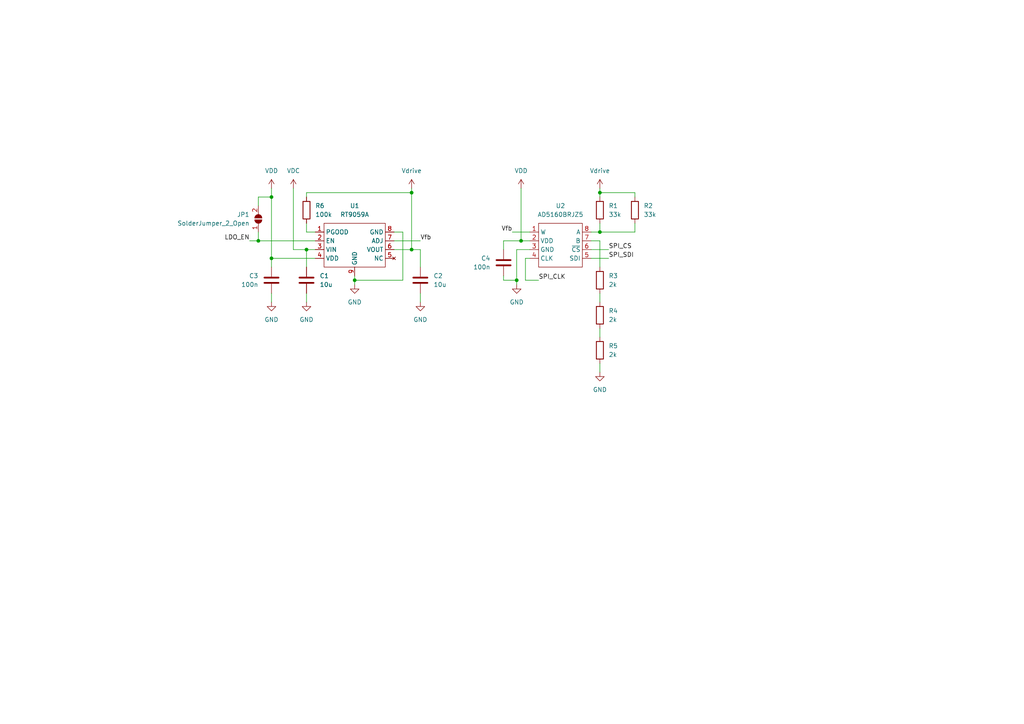
<source format=kicad_sch>
(kicad_sch (version 20230121) (generator eeschema)
  (paper "A4")
  (lib_symbols
    (symbol "Device:C" (pin_numbers hide) (pin_names (offset 0.254))
      (property "Reference" "C" (at 0.635 2.54 0))
      (property "Value" "C" (at 0.635 -2.54 0))
      (symbol "C_0_1"
        (polyline (pts (xy -2.032 -0.762) (xy 2.032 -0.762)) (stroke (width 0.508)))
        (polyline (pts (xy -2.032 0.762) (xy 2.032 0.762)) (stroke (width 0.508)))
      )
      (symbol "C_1_1"
        (pin passive line (at 0 3.81 270) (length 2.794) (name "~") (number "1"))
        (pin passive line (at 0 -3.81 90) (length 2.794) (name "~") (number "2"))
      )
    )
    (symbol "Device:R" (pin_numbers hide) (pin_names (offset 0))
      (property "Reference" "R" (at 2.032 0 90))
      (property "Value" "R" (at 0 0 90))
      (symbol "R_0_1"
        (rectangle (start -1.016 -2.54) (end 1.016 2.54) (stroke (width 0.254)))
      )
      (symbol "R_1_1"
        (pin passive line (at 0 3.81 270) (length 1.27) (name "~") (number "1"))
        (pin passive line (at 0 -3.81 90) (length 1.27) (name "~") (number "2"))
      )
    )
    (symbol "Jumper:SolderJumper_2_Open" (pin_names (offset 0) hide)
      (property "Reference" "JP" (at 0 2.032 0))
      (property "Value" "SolderJumper_2_Open" (at 0 -2.54 0))
      (symbol "SolderJumper_2_Open_0_1"
        (arc (start -0.254 1.016) (mid -1.2656 0) (end -0.254 -1.016))
        (arc (start -0.254 1.016) (mid -1.2656 0) (end -0.254 -1.016) (fill (type outline)))
        (polyline (pts (xy -0.254 1.016) (xy -0.254 -1.016)))
        (polyline (pts (xy 0.254 1.016) (xy 0.254 -1.016)))
        (arc (start 0.254 -1.016) (mid 1.2656 0) (end 0.254 1.016))
        (arc (start 0.254 -1.016) (mid 1.2656 0) (end 0.254 1.016) (fill (type outline)))
      )
      (symbol "SolderJumper_2_Open_1_1"
        (pin passive line (at -3.81 0 0) (length 2.54) (name "A") (number "1"))
        (pin passive line (at 3.81 0 180) (length 2.54) (name "B") (number "2"))
      )
    )
    (symbol "LCR_Library:AD5160"
      (property "Reference" "U" (at -1.27 1.27 0))
      (property "Value" "AD5160BRJZ5" (at 7.62 1.27 0))
      (symbol "AD5160_0_1"
        (rectangle (start -6.35 0) (end 6.35 -12.7))
      )
      (symbol "AD5160_1_1"
        (pin bidirectional line (at -8.89 -2.54 0) (length 2.54) (name "W") (number "1"))
        (pin power_in line (at -8.89 -5.08 0) (length 2.54) (name "VDD") (number "2"))
        (pin power_in line (at -8.89 -7.62 0) (length 2.54) (name "GND") (number "3"))
        (pin input line (at -8.89 -10.16 0) (length 2.54) (name "CLK") (number "4"))
        (pin input line (at 8.89 -10.16 180) (length 2.54) (name "SDI") (number "5"))
        (pin input line (at 8.89 -7.62 180) (length 2.54) (name "~{CS}") (number "6"))
        (pin bidirectional line (at 8.89 -5.08 180) (length 2.54) (name "B") (number "7"))
        (pin bidirectional line (at 8.89 -2.54 180) (length 2.54) (name "A") (number "8"))
      )
    )
    (symbol "LCR_Library:RT9059A"
      (property "Reference" "U" (at -1.27 1.27 0))
      (property "Value" "RT9059A" (at 6.35 1.27 0))
      (symbol "RT9059A_0_1"
        (rectangle (start -8.89 0) (end 8.89 -12.7))
      )
      (symbol "RT9059A_1_1"
        (pin output line (at -11.43 -2.54 0) (length 2.54) (name "PGOOD") (number "1"))
        (pin input line (at -11.43 -5.08 0) (length 2.54) (name "EN") (number "2"))
        (pin power_in line (at -11.43 -7.62 0) (length 2.54) (name "VIN") (number "3"))
        (pin power_in line (at -11.43 -10.16 0) (length 2.54) (name "VDD") (number "4"))
        (pin no_connect line (at 11.43 -10.16 180) (length 2.54) (name "NC") (number "5"))
        (pin power_out line (at 11.43 -7.62 180) (length 2.54) (name "VOUT") (number "6"))
        (pin input line (at 11.43 -5.08 180) (length 2.54) (name "ADJ") (number "7"))
        (pin power_in line (at 11.43 -2.54 180) (length 2.54) (name "GND") (number "8"))
        (pin power_in line (at 0 -15.24 90) (length 2.54) (name "GND") (number "9"))
      )
    )
    (symbol "power:GND" (power) (pin_names (offset 0))
      (property "Value" "GND" (at 0 -3.81 0))
      (symbol "GND_0_1"
        (polyline (pts (xy 0 0) (xy 0 -1.27) (xy 1.27 -1.27) (xy 0 -2.54) (xy -1.27 -1.27) (xy 0 -1.27)))
      )
      (symbol "GND_1_1"
        (pin power_in line (at 0 0 270) (length 0) hide (name "GND") (number "1"))
      )
    )
    (symbol "power:VDC" (power) (pin_names (offset 0))
      (property "Value" "VDC" (at 0 6.35 0))
      (symbol "VDC_0_1"
        (polyline (pts (xy -0.762 1.27) (xy 0 2.54)))
        (polyline (pts (xy 0 0) (xy 0 2.54)))
        (polyline (pts (xy 0 2.54) (xy 0.762 1.27)))
      )
      (symbol "VDC_1_1"
        (pin power_in line (at 0 0 90) (length 0) hide (name "VDC") (number "1"))
      )
    )
    (symbol "power:VDD" (power) (pin_names (offset 0))
      (property "Value" "VDD" (at 0 3.81 0))
      (symbol "VDD_0_1"
        (polyline (pts (xy -0.762 1.27) (xy 0 2.54)))
        (polyline (pts (xy 0 0) (xy 0 2.54)))
        (polyline (pts (xy 0 2.54) (xy 0.762 1.27)))
      )
      (symbol "VDD_1_1"
        (pin power_in line (at 0 0 90) (length 0) hide (name "VDD") (number "1"))
      )
    )
    (symbol "power:Vdrive" (power) (pin_names (offset 0))
      (property "Value" "Vdrive" (at 0 3.81 0))
      (symbol "Vdrive_0_1"
        (polyline (pts (xy -0.762 1.27) (xy 0 2.54)))
        (polyline (pts (xy 0 0) (xy 0 2.54)))
        (polyline (pts (xy 0 2.54) (xy 0.762 1.27)))
      )
      (symbol "Vdrive_1_1"
        (pin power_in line (at 0 0 90) (length 0) hide (name "Vdrive") (number "1"))
      )
    )
  )
  (junction (at 74.93 69.85))
  (junction (at 173.99 67.31))
  (junction (at 78.74 74.93))
  (junction (at 119.38 72.39))
  (junction (at 102.87 81.28))
  (junction (at 78.74 57.15))
  (junction (at 149.86 81.28))
  (junction (at 119.38 55.88))
  (junction (at 88.9 72.39))
  (junction (at 151.13 69.85))
  (junction (at 173.99 55.88))
  (wire (pts (xy 74.93 59.69) (xy 74.93 57.15)))
  (wire (pts (xy 88.9 85.09) (xy 88.9 87.63)))
  (wire (pts (xy 121.92 72.39) (xy 119.38 72.39)))
  (wire (pts (xy 173.99 107.95) (xy 173.99 105.41)))
  (wire (pts (xy 151.13 69.85) (xy 153.67 69.85)))
  (wire (pts (xy 119.38 54.61) (xy 119.38 55.88)))
  (wire (pts (xy 88.9 55.88) (xy 119.38 55.88)))
  (wire (pts (xy 171.45 74.93) (xy 176.53 74.93)))
  (wire (pts (xy 184.15 57.15) (xy 184.15 55.88)))
  (wire (pts (xy 173.99 97.79) (xy 173.99 95.25)))
  (wire (pts (xy 102.87 81.28) (xy 102.87 80.01)))
  (wire (pts (xy 74.93 57.15) (xy 78.74 57.15)))
  (wire (pts (xy 88.9 67.31) (xy 91.44 67.31)))
  (wire (pts (xy 78.74 74.93) (xy 78.74 77.47)))
  (wire (pts (xy 85.09 72.39) (xy 85.09 54.61)))
  (wire (pts (xy 121.92 87.63) (xy 121.92 85.09)))
  (wire (pts (xy 171.45 67.31) (xy 173.99 67.31)))
  (wire (pts (xy 88.9 72.39) (xy 88.9 77.47)))
  (wire (pts (xy 173.99 67.31) (xy 184.15 67.31)))
  (wire (pts (xy 146.05 69.85) (xy 151.13 69.85)))
  (wire (pts (xy 173.99 69.85) (xy 171.45 69.85)))
  (wire (pts (xy 153.67 74.93) (xy 152.4 74.93)))
  (wire (pts (xy 146.05 72.39) (xy 146.05 69.85)))
  (wire (pts (xy 121.92 69.85) (xy 114.3 69.85)))
  (wire (pts (xy 78.74 54.61) (xy 78.74 57.15)))
  (wire (pts (xy 171.45 72.39) (xy 176.53 72.39)))
  (wire (pts (xy 173.99 87.63) (xy 173.99 85.09)))
  (wire (pts (xy 74.93 67.31) (xy 74.93 69.85)))
  (wire (pts (xy 78.74 74.93) (xy 91.44 74.93)))
  (wire (pts (xy 74.93 69.85) (xy 91.44 69.85)))
  (wire (pts (xy 173.99 77.47) (xy 173.99 69.85)))
  (wire (pts (xy 88.9 64.77) (xy 88.9 67.31)))
  (wire (pts (xy 102.87 82.55) (xy 102.87 81.28)))
  (wire (pts (xy 72.39 69.85) (xy 74.93 69.85)))
  (wire (pts (xy 78.74 87.63) (xy 78.74 85.09)))
  (wire (pts (xy 116.84 81.28) (xy 102.87 81.28)))
  (wire (pts (xy 151.13 54.61) (xy 151.13 69.85)))
  (wire (pts (xy 149.86 82.55) (xy 149.86 81.28)))
  (wire (pts (xy 149.86 72.39) (xy 153.67 72.39)))
  (wire (pts (xy 88.9 57.15) (xy 88.9 55.88)))
  (wire (pts (xy 173.99 54.61) (xy 173.99 55.88)))
  (wire (pts (xy 119.38 55.88) (xy 119.38 72.39)))
  (wire (pts (xy 114.3 67.31) (xy 116.84 67.31)))
  (wire (pts (xy 88.9 72.39) (xy 85.09 72.39)))
  (wire (pts (xy 184.15 64.77) (xy 184.15 67.31)))
  (wire (pts (xy 146.05 81.28) (xy 149.86 81.28)))
  (wire (pts (xy 119.38 72.39) (xy 114.3 72.39)))
  (wire (pts (xy 116.84 67.31) (xy 116.84 81.28)))
  (wire (pts (xy 121.92 77.47) (xy 121.92 72.39)))
  (wire (pts (xy 152.4 74.93) (xy 152.4 81.28)))
  (wire (pts (xy 78.74 57.15) (xy 78.74 74.93)))
  (wire (pts (xy 152.4 81.28) (xy 156.21 81.28)))
  (wire (pts (xy 146.05 80.01) (xy 146.05 81.28)))
  (wire (pts (xy 148.59 67.31) (xy 153.67 67.31)))
  (wire (pts (xy 149.86 81.28) (xy 149.86 72.39)))
  (wire (pts (xy 91.44 72.39) (xy 88.9 72.39)))
  (wire (pts (xy 173.99 67.31) (xy 173.99 64.77)))
  (wire (pts (xy 173.99 55.88) (xy 184.15 55.88)))
  (wire (pts (xy 173.99 55.88) (xy 173.99 57.15)))
  (label "Vfb" (at 121.92 69.85 0))
  (label "Vfb" (at 148.59 67.31 180))
  (label "SPI_SDI" (at 176.53 74.93 0))
  (label "SPI_CS" (at 176.53 72.39 0))
  (label "LDO_EN" (at 72.39 69.85 180))
  (label "SPI_CLK" (at 156.21 81.28 0))
  (symbol (lib_id "power:GND") (at 102.87 82.55 0) (unit 1)
    (property "Reference" "#PWR02" (effects hide))
    (property "Value" "GND" (at 102.87 87.63 0))
  )
  (symbol (lib_id "power:GND") (at 121.92 87.63 0) (unit 1)
    (property "Reference" "#PWR010" (effects hide))
    (property "Value" "GND" (at 121.92 92.71 0))
  )
  (symbol (lib_id "power:GND") (at 173.99 107.95 0) (unit 1)
    (property "Reference" "#PWR07" (effects hide))
    (property "Value" "GND" (at 173.99 113.03 0))
  )
  (symbol (lib_id "Device:R") (at 173.99 60.96 0) (unit 1)
    (property "Reference" "R1" (at 176.53 59.69 0) (effects (justify left)))
    (property "Value" "33k" (at 176.53 62.23 0) (effects (justify left)))
  )
  (symbol (lib_id "power:VDC") (at 85.09 54.61 0) (unit 1)
    (property "Reference" "#PWR01" (effects hide))
    (property "Value" "VDC" (at 85.09 49.53 0))
  )
  (symbol (lib_id "power:Vdrive") (at 173.99 54.61 0) (unit 1)
    (property "Reference" "#PWR08" (effects hide))
    (property "Value" "Vdrive" (at 173.99 49.53 0))
  )
  (symbol (lib_id "Device:C") (at 146.05 76.2 0) (mirror y) (unit 1)
    (property "Reference" "C4" (at 142.24 74.93 0) (effects (justify left)))
    (property "Value" "100n" (at 142.24 77.47 0) (effects (justify left)))
  )
  (symbol (lib_id "Device:R") (at 184.15 60.96 0) (unit 1)
    (property "Reference" "R2" (at 186.69 59.69 0) (effects (justify left)))
    (property "Value" "33k" (at 186.69 62.23 0) (effects (justify left)))
  )
  (symbol (lib_id "Device:R") (at 88.9 60.96 0) (unit 1)
    (property "Reference" "R6" (at 91.44 59.69 0) (effects (justify left)))
    (property "Value" "100k" (at 91.44 62.23 0) (effects (justify left)))
  )
  (symbol (lib_id "Device:C") (at 78.74 81.28 0) (mirror y) (unit 1)
    (property "Reference" "C3" (at 74.93 80.01 0) (effects (justify left)))
    (property "Value" "100n" (at 74.93 82.55 0) (effects (justify left)))
  )
  (symbol (lib_id "power:GND") (at 88.9 87.63 0) (unit 1)
    (property "Reference" "#PWR09" (effects hide))
    (property "Value" "GND" (at 88.9 92.71 0))
  )
  (symbol (lib_id "power:VDD") (at 78.74 54.61 0) (unit 1)
    (property "Reference" "#PWR05" (effects hide))
    (property "Value" "VDD" (at 78.74 49.53 0))
  )
  (symbol (lib_id "Jumper:SolderJumper_2_Open") (at 74.93 63.5 270) (mirror x) (unit 1)
    (property "Reference" "JP1" (at 72.39 62.23 90) (effects (justify right)))
    (property "Value" "SolderJumper_2_Open" (at 72.39 64.77 90) (effects (justify right)))
  )
  (symbol (lib_id "Device:C") (at 88.9 81.28 0) (unit 1)
    (property "Reference" "C1" (at 92.71 80.01 0) (effects (justify left)))
    (property "Value" "10u" (at 92.71 82.55 0) (effects (justify left)))
  )
  (symbol (lib_id "Device:C") (at 121.92 81.28 0) (unit 1)
    (property "Reference" "C2" (at 125.73 80.01 0) (effects (justify left)))
    (property "Value" "10u" (at 125.73 82.55 0) (effects (justify left)))
  )
  (symbol (lib_id "Device:R") (at 173.99 81.28 0) (unit 1)
    (property "Reference" "R3" (at 176.53 80.01 0) (effects (justify left)))
    (property "Value" "2k" (at 176.53 82.55 0) (effects (justify left)))
  )
  (symbol (lib_id "LCR_Library:AD5160") (at 162.56 64.77 0) (unit 1)
    (property "Reference" "U2" (at 162.56 59.69 0))
    (property "Value" "AD5160BRJZ5" (at 162.56 62.23 0))
    (property "Footprint" "Package_TO_SOT_SMD:SOT-23-8_Handsoldering" (effects hide))
  )
  (symbol (lib_id "Device:R") (at 173.99 91.44 0) (unit 1)
    (property "Reference" "R4" (at 176.53 90.17 0) (effects (justify left)))
    (property "Value" "2k" (at 176.53 92.71 0) (effects (justify left)))
  )
  (symbol (lib_id "power:VDD") (at 151.13 54.61 0) (unit 1)
    (property "Reference" "#PWR06" (effects hide))
    (property "Value" "VDD" (at 151.13 49.53 0))
  )
  (symbol (lib_id "Device:R") (at 173.99 101.6 0) (unit 1)
    (property "Reference" "R5" (at 176.53 100.33 0) (effects (justify left)))
    (property "Value" "2k" (at 176.53 102.87 0) (effects (justify left)))
  )
  (symbol (lib_id "LCR_Library:RT9059A") (at 102.87 64.77 0) (unit 1)
    (property "Reference" "U1" (at 102.87 59.69 0))
    (property "Value" "RT9059A" (at 102.87 62.23 0))
    (property "Footprint" "Package_SO:SOIC-8-1EP_3.9x4.9mm_P1.27mm_EP2.41x3.3mm_ThermalVias" (effects hide))
  )
  (symbol (lib_id "power:GND") (at 149.86 82.55 0) (unit 1)
    (property "Reference" "#PWR04" (effects hide))
    (property "Value" "GND" (at 149.86 87.63 0))
  )
  (symbol (lib_id "power:Vdrive") (at 119.38 54.61 0) (unit 1)
    (property "Reference" "#PWR03" (effects hide))
    (property "Value" "Vdrive" (at 119.38 49.53 0))
  )
  (symbol (lib_id "power:GND") (at 78.74 87.63 0) (unit 1)
    (property "Reference" "#PWR011" (effects hide))
    (property "Value" "GND" (at 78.74 92.71 0))
  )
)
</source>
